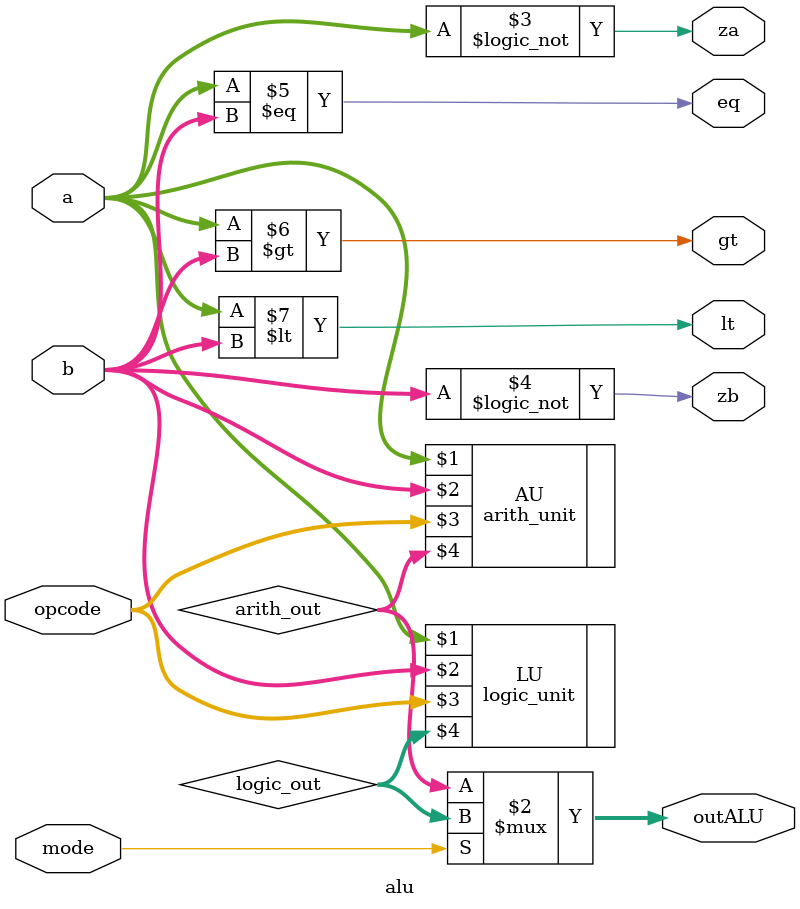
<source format=sv>
module alu(
    input logic [15:0] a, b,
    input logic [2:0] opcode,
    input logic mode,
    output logic [31:0] outALU,
    output logic za, zb, eq, gt, lt
);
    logic [31:0] arith_out, logic_out;

    arith_unit AU(a, b, opcode, arith_out);
    logic_unit LU(a, b, opcode, logic_out);

    assign outALU = (mode == 0) ? arith_out : logic_out;
    assign za = (a == 0);
    assign zb = (b == 0);
    assign eq = (a == b);
    assign gt = (a > b);
    assign lt = (a < b);
endmodule
</source>
